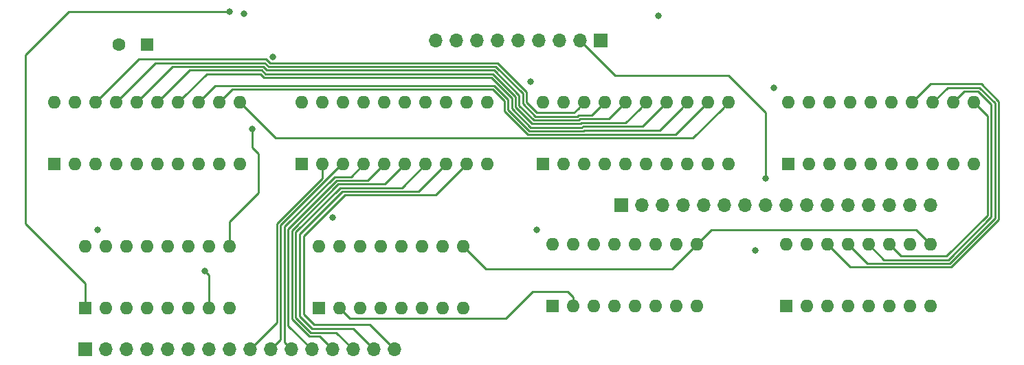
<source format=gbr>
%TF.GenerationSoftware,KiCad,Pcbnew,(5.1.10-1-10_14)*%
%TF.CreationDate,2021-09-30T18:38:52-04:00*%
%TF.ProjectId,address-register,61646472-6573-4732-9d72-656769737465,rev?*%
%TF.SameCoordinates,Original*%
%TF.FileFunction,Copper,L2,Inr*%
%TF.FilePolarity,Positive*%
%FSLAX46Y46*%
G04 Gerber Fmt 4.6, Leading zero omitted, Abs format (unit mm)*
G04 Created by KiCad (PCBNEW (5.1.10-1-10_14)) date 2021-09-30 18:38:52*
%MOMM*%
%LPD*%
G01*
G04 APERTURE LIST*
%TA.AperFunction,ComponentPad*%
%ADD10O,1.600000X1.600000*%
%TD*%
%TA.AperFunction,ComponentPad*%
%ADD11R,1.600000X1.600000*%
%TD*%
%TA.AperFunction,ComponentPad*%
%ADD12C,1.600000*%
%TD*%
%TA.AperFunction,ComponentPad*%
%ADD13O,1.700000X1.700000*%
%TD*%
%TA.AperFunction,ComponentPad*%
%ADD14R,1.700000X1.700000*%
%TD*%
%TA.AperFunction,ViaPad*%
%ADD15C,0.800000*%
%TD*%
%TA.AperFunction,Conductor*%
%ADD16C,0.250000*%
%TD*%
G04 APERTURE END LIST*
D10*
%TO.N,VCC*%
%TO.C,U7*%
X226060000Y-182118000D03*
%TO.N,GND*%
X248920000Y-189738000D03*
%TO.N,~ADR_BUS_2*%
X228600000Y-182118000D03*
%TO.N,BUS2_15*%
X246380000Y-189738000D03*
%TO.N,Q8*%
X231140000Y-182118000D03*
%TO.N,BUS2_14*%
X243840000Y-189738000D03*
%TO.N,Q9*%
X233680000Y-182118000D03*
%TO.N,BUS2_13*%
X241300000Y-189738000D03*
%TO.N,Q10*%
X236220000Y-182118000D03*
%TO.N,BUS2_12*%
X238760000Y-189738000D03*
%TO.N,Q11*%
X238760000Y-182118000D03*
%TO.N,BUS2_11*%
X236220000Y-189738000D03*
%TO.N,Q12*%
X241300000Y-182118000D03*
%TO.N,BUS2_10*%
X233680000Y-189738000D03*
%TO.N,Q13*%
X243840000Y-182118000D03*
%TO.N,BUS2_09*%
X231140000Y-189738000D03*
%TO.N,Q14*%
X246380000Y-182118000D03*
%TO.N,BUS2_08*%
X228600000Y-189738000D03*
%TO.N,Q15*%
X248920000Y-182118000D03*
D11*
%TO.N,GND*%
X226060000Y-189738000D03*
%TD*%
D10*
%TO.N,VCC*%
%TO.C,U6*%
X195834000Y-182118000D03*
%TO.N,GND*%
X218694000Y-189738000D03*
%TO.N,~ADR_BUS_2*%
X198374000Y-182118000D03*
%TO.N,BUS2_07*%
X216154000Y-189738000D03*
%TO.N,Q0*%
X200914000Y-182118000D03*
%TO.N,BUS2_06*%
X213614000Y-189738000D03*
%TO.N,Q1*%
X203454000Y-182118000D03*
%TO.N,BUS2_05*%
X211074000Y-189738000D03*
%TO.N,Q2*%
X205994000Y-182118000D03*
%TO.N,BUS2_04*%
X208534000Y-189738000D03*
%TO.N,Q3*%
X208534000Y-182118000D03*
%TO.N,BUS2_03*%
X205994000Y-189738000D03*
%TO.N,Q4*%
X211074000Y-182118000D03*
%TO.N,BUS2_02*%
X203454000Y-189738000D03*
%TO.N,Q5*%
X213614000Y-182118000D03*
%TO.N,BUS2_01*%
X200914000Y-189738000D03*
%TO.N,Q6*%
X216154000Y-182118000D03*
%TO.N,BUS2_00*%
X198374000Y-189738000D03*
%TO.N,Q7*%
X218694000Y-182118000D03*
D11*
%TO.N,GND*%
X195834000Y-189738000D03*
%TD*%
D10*
%TO.N,VCC*%
%TO.C,U3*%
X166116000Y-182118000D03*
%TO.N,GND*%
X188976000Y-189738000D03*
%TO.N,~ADR_BUS_1*%
X168656000Y-182118000D03*
%TO.N,BUS_15*%
X186436000Y-189738000D03*
%TO.N,Q8*%
X171196000Y-182118000D03*
%TO.N,BUS_14*%
X183896000Y-189738000D03*
%TO.N,Q9*%
X173736000Y-182118000D03*
%TO.N,BUS_13*%
X181356000Y-189738000D03*
%TO.N,Q10*%
X176276000Y-182118000D03*
%TO.N,BUS_12*%
X178816000Y-189738000D03*
%TO.N,Q11*%
X178816000Y-182118000D03*
%TO.N,BUS_11*%
X176276000Y-189738000D03*
%TO.N,Q12*%
X181356000Y-182118000D03*
%TO.N,BUS_10*%
X173736000Y-189738000D03*
%TO.N,Q13*%
X183896000Y-182118000D03*
%TO.N,BUS_09*%
X171196000Y-189738000D03*
%TO.N,Q14*%
X186436000Y-182118000D03*
%TO.N,BUS_08*%
X168656000Y-189738000D03*
%TO.N,Q15*%
X188976000Y-182118000D03*
D11*
%TO.N,GND*%
X166116000Y-189738000D03*
%TD*%
D10*
%TO.N,VCC*%
%TO.C,U2*%
X135636000Y-182118000D03*
%TO.N,GND*%
X158496000Y-189738000D03*
%TO.N,~ADR_BUS_1*%
X138176000Y-182118000D03*
%TO.N,BUS_07*%
X155956000Y-189738000D03*
%TO.N,Q0*%
X140716000Y-182118000D03*
%TO.N,BUS_06*%
X153416000Y-189738000D03*
%TO.N,Q1*%
X143256000Y-182118000D03*
%TO.N,BUS_05*%
X150876000Y-189738000D03*
%TO.N,Q2*%
X145796000Y-182118000D03*
%TO.N,BUS_04*%
X148336000Y-189738000D03*
%TO.N,Q3*%
X148336000Y-182118000D03*
%TO.N,BUS_03*%
X145796000Y-189738000D03*
%TO.N,Q4*%
X150876000Y-182118000D03*
%TO.N,BUS_02*%
X143256000Y-189738000D03*
%TO.N,Q5*%
X153416000Y-182118000D03*
%TO.N,BUS_01*%
X140716000Y-189738000D03*
%TO.N,Q6*%
X155956000Y-182118000D03*
%TO.N,BUS_00*%
X138176000Y-189738000D03*
%TO.N,Q7*%
X158496000Y-182118000D03*
D11*
%TO.N,GND*%
X135636000Y-189738000D03*
%TD*%
D12*
%TO.N,GND*%
%TO.C,C1*%
X143566000Y-175006000D03*
D11*
%TO.N,VCC*%
X147066000Y-175006000D03*
%TD*%
D13*
%TO.N,BUS2_15*%
%TO.C,J3*%
X243586000Y-194818000D03*
%TO.N,BUS2_14*%
X241046000Y-194818000D03*
%TO.N,BUS2_13*%
X238506000Y-194818000D03*
%TO.N,BUS2_12*%
X235966000Y-194818000D03*
%TO.N,BUS2_11*%
X233426000Y-194818000D03*
%TO.N,BUS2_10*%
X230886000Y-194818000D03*
%TO.N,BUS2_09*%
X228346000Y-194818000D03*
%TO.N,BUS2_08*%
X225806000Y-194818000D03*
%TO.N,BUS2_07*%
X223266000Y-194818000D03*
%TO.N,BUS2_06*%
X220726000Y-194818000D03*
%TO.N,BUS2_05*%
X218186000Y-194818000D03*
%TO.N,BUS2_04*%
X215646000Y-194818000D03*
%TO.N,BUS2_03*%
X213106000Y-194818000D03*
%TO.N,BUS2_02*%
X210566000Y-194818000D03*
%TO.N,BUS2_01*%
X208026000Y-194818000D03*
D14*
%TO.N,BUS2_00*%
X205486000Y-194818000D03*
%TD*%
D13*
%TO.N,BUS_15*%
%TO.C,J2*%
X177546000Y-212598000D03*
%TO.N,BUS_14*%
X175006000Y-212598000D03*
%TO.N,BUS_13*%
X172466000Y-212598000D03*
%TO.N,BUS_12*%
X169926000Y-212598000D03*
%TO.N,BUS_11*%
X167386000Y-212598000D03*
%TO.N,BUS_10*%
X164846000Y-212598000D03*
%TO.N,BUS_09*%
X162306000Y-212598000D03*
%TO.N,BUS_08*%
X159766000Y-212598000D03*
%TO.N,BUS_07*%
X157226000Y-212598000D03*
%TO.N,BUS_06*%
X154686000Y-212598000D03*
%TO.N,BUS_05*%
X152146000Y-212598000D03*
%TO.N,BUS_04*%
X149606000Y-212598000D03*
%TO.N,BUS_03*%
X147066000Y-212598000D03*
%TO.N,BUS_02*%
X144526000Y-212598000D03*
%TO.N,BUS_01*%
X141986000Y-212598000D03*
D14*
%TO.N,BUS_00*%
X139446000Y-212598000D03*
%TD*%
D10*
%TO.N,VCC*%
%TO.C,U8*%
X225806000Y-199636000D03*
%TO.N,GND*%
X243586000Y-207256000D03*
%TO.N,CARRY*%
X228346000Y-199636000D03*
%TO.N,GND*%
X241046000Y-207256000D03*
%TO.N,Q12*%
X230886000Y-199636000D03*
%TO.N,BUS_15*%
X238506000Y-207256000D03*
%TO.N,Q13*%
X233426000Y-199636000D03*
%TO.N,BUS_14*%
X235966000Y-207256000D03*
%TO.N,Q14*%
X235966000Y-199636000D03*
%TO.N,BUS_13*%
X233426000Y-207256000D03*
%TO.N,Q15*%
X238506000Y-199636000D03*
%TO.N,BUS_12*%
X230886000Y-207256000D03*
%TO.N,Net-(U5-Pad15)*%
X241046000Y-199636000D03*
%TO.N,CLOCK*%
X228346000Y-207256000D03*
%TO.N,~LOAD*%
X243586000Y-199636000D03*
D11*
%TO.N,INC_DEC*%
X225806000Y-207256000D03*
%TD*%
D10*
%TO.N,VCC*%
%TO.C,U5*%
X197019332Y-199644000D03*
%TO.N,GND*%
X214799332Y-207264000D03*
%TO.N,Net-(U5-Pad15)*%
X199559332Y-199644000D03*
%TO.N,GND*%
X212259332Y-207264000D03*
%TO.N,Q8*%
X202099332Y-199644000D03*
%TO.N,BUS_11*%
X209719332Y-207264000D03*
%TO.N,Q9*%
X204639332Y-199644000D03*
%TO.N,BUS_10*%
X207179332Y-207264000D03*
%TO.N,Q10*%
X207179332Y-199644000D03*
%TO.N,BUS_09*%
X204639332Y-207264000D03*
%TO.N,Q11*%
X209719332Y-199644000D03*
%TO.N,BUS_08*%
X202099332Y-207264000D03*
%TO.N,Net-(U4-Pad15)*%
X212259332Y-199644000D03*
%TO.N,CLOCK*%
X199559332Y-207264000D03*
%TO.N,~LOAD*%
X214799332Y-199644000D03*
D11*
%TO.N,INC_DEC*%
X197019332Y-207264000D03*
%TD*%
D10*
%TO.N,VCC*%
%TO.C,U4*%
X168232666Y-199898000D03*
%TO.N,GND*%
X186012666Y-207518000D03*
%TO.N,Net-(U4-Pad15)*%
X170772666Y-199898000D03*
%TO.N,GND*%
X183472666Y-207518000D03*
%TO.N,Q4*%
X173312666Y-199898000D03*
%TO.N,BUS_07*%
X180932666Y-207518000D03*
%TO.N,Q5*%
X175852666Y-199898000D03*
%TO.N,BUS_06*%
X178392666Y-207518000D03*
%TO.N,Q6*%
X178392666Y-199898000D03*
%TO.N,BUS_05*%
X175852666Y-207518000D03*
%TO.N,Q7*%
X180932666Y-199898000D03*
%TO.N,BUS_04*%
X173312666Y-207518000D03*
%TO.N,Net-(U1-Pad15)*%
X183472666Y-199898000D03*
%TO.N,CLOCK*%
X170772666Y-207518000D03*
%TO.N,~LOAD*%
X186012666Y-199898000D03*
D11*
%TO.N,INC_DEC*%
X168232666Y-207518000D03*
%TD*%
D10*
%TO.N,VCC*%
%TO.C,U1*%
X139446000Y-199898000D03*
%TO.N,GND*%
X157226000Y-207518000D03*
%TO.N,Net-(U1-Pad15)*%
X141986000Y-199898000D03*
%TO.N,~EN*%
X154686000Y-207518000D03*
%TO.N,Q0*%
X144526000Y-199898000D03*
%TO.N,BUS_03*%
X152146000Y-207518000D03*
%TO.N,Q1*%
X147066000Y-199898000D03*
%TO.N,BUS_02*%
X149606000Y-207518000D03*
%TO.N,Q2*%
X149606000Y-199898000D03*
%TO.N,BUS_01*%
X147066000Y-207518000D03*
%TO.N,Q3*%
X152146000Y-199898000D03*
%TO.N,BUS_00*%
X144526000Y-207518000D03*
%TO.N,GND*%
X154686000Y-199898000D03*
%TO.N,CLOCK*%
X141986000Y-207518000D03*
%TO.N,~LOAD*%
X157226000Y-199898000D03*
D11*
%TO.N,INC_DEC*%
X139446000Y-207518000D03*
%TD*%
D13*
%TO.N,VCC*%
%TO.C,J1*%
X182626000Y-174498000D03*
%TO.N,GND*%
X185166000Y-174498000D03*
%TO.N,~EN*%
X187706000Y-174498000D03*
%TO.N,INC_DEC*%
X190246000Y-174498000D03*
%TO.N,~LOAD*%
X192786000Y-174498000D03*
%TO.N,~ADR_BUS_2*%
X195326000Y-174498000D03*
%TO.N,~ADR_BUS_1*%
X197866000Y-174498000D03*
%TO.N,CARRY*%
X200406000Y-174498000D03*
D14*
%TO.N,CLOCK*%
X202946000Y-174498000D03*
%TD*%
D15*
%TO.N,GND*%
X221996000Y-200406000D03*
X195072000Y-197866000D03*
X162560000Y-176530000D03*
X140970000Y-197866000D03*
X169926000Y-196342000D03*
X194310000Y-179578000D03*
X224282000Y-180340000D03*
%TO.N,CARRY*%
X223266000Y-191516000D03*
%TO.N,CLOCK*%
X210058000Y-171450000D03*
%TO.N,~EN*%
X154178000Y-202946000D03*
%TO.N,INC_DEC*%
X157200500Y-170916500D03*
%TO.N,~LOAD*%
X160020000Y-185420000D03*
X159004000Y-171196000D03*
%TD*%
D16*
%TO.N,CARRY*%
X223266000Y-191516000D02*
X223266000Y-183388000D01*
X223266000Y-183388000D02*
X218694000Y-178816000D01*
X204724000Y-178816000D02*
X200406000Y-174498000D01*
X218694000Y-178816000D02*
X204724000Y-178816000D01*
%TO.N,CLOCK*%
X199559332Y-207264000D02*
X199559332Y-206163332D01*
X199559332Y-206163332D02*
X198882000Y-205486000D01*
X198882000Y-205486000D02*
X194564000Y-205486000D01*
X194564000Y-205486000D02*
X191262000Y-208788000D01*
X172042666Y-208788000D02*
X170772666Y-207518000D01*
X191262000Y-208788000D02*
X172042666Y-208788000D01*
%TO.N,BUS_08*%
X168656000Y-191516000D02*
X168656000Y-189738000D01*
X163068000Y-197104000D02*
X168656000Y-191516000D01*
X159766000Y-212598000D02*
X163068000Y-209296000D01*
X163068000Y-209296000D02*
X163068000Y-197104000D01*
%TO.N,BUS_09*%
X171196000Y-189738000D02*
X171070410Y-189738000D01*
X171070410Y-189738000D02*
X163518011Y-197290399D01*
X163518011Y-211385989D02*
X162306000Y-212598000D01*
X163518011Y-197290399D02*
X163518011Y-211385989D01*
%TO.N,BUS_10*%
X163996001Y-197448819D02*
X170146875Y-191297945D01*
X164846000Y-212598000D02*
X163996001Y-211748001D01*
X163996001Y-211748001D02*
X163996001Y-197448819D01*
X170146875Y-191297945D02*
X172176055Y-191297945D01*
X172176055Y-191297945D02*
X173736000Y-189738000D01*
%TO.N,BUS_11*%
X164453980Y-197747198D02*
X164453980Y-209665980D01*
X170453222Y-191747956D02*
X164453980Y-197747198D01*
X176276000Y-189738000D02*
X174266044Y-191747956D01*
X174266044Y-191747956D02*
X170453222Y-191747956D01*
X164453980Y-209665980D02*
X167386000Y-212598000D01*
%TO.N,BUS_12*%
X169926000Y-212598000D02*
X168286022Y-210958022D01*
X164903989Y-208848810D02*
X164903989Y-197933600D01*
X170639622Y-192197967D02*
X176356033Y-192197967D01*
X176356033Y-192197967D02*
X178816000Y-189738000D01*
X167013200Y-210958022D02*
X164903989Y-208848810D01*
X164903989Y-197933600D02*
X170639622Y-192197967D01*
X168286022Y-210958022D02*
X167013200Y-210958022D01*
%TO.N,BUS_13*%
X165354000Y-208662410D02*
X165354000Y-198120000D01*
X167199600Y-210508011D02*
X165354000Y-208662410D01*
X170826022Y-192647978D02*
X178446022Y-192647978D01*
X178446022Y-192647978D02*
X181356000Y-189738000D01*
X172466000Y-212598000D02*
X170376011Y-210508011D01*
X170376011Y-210508011D02*
X167199600Y-210508011D01*
X165354000Y-198120000D02*
X170826022Y-192647978D01*
%TO.N,BUS_14*%
X171138011Y-193097989D02*
X165862000Y-198374000D01*
X183896000Y-189738000D02*
X180536011Y-193097989D01*
X165862000Y-198374000D02*
X165862000Y-208534000D01*
X165862000Y-208534000D02*
X167386000Y-210058000D01*
X180536011Y-193097989D02*
X171138011Y-193097989D01*
X167386000Y-210058000D02*
X172466000Y-210058000D01*
X172466000Y-210058000D02*
X175006000Y-212598000D01*
%TO.N,BUS_15*%
X182626000Y-193548000D02*
X186436000Y-189738000D01*
X167640000Y-209550000D02*
X166370000Y-208280000D01*
X174498000Y-209550000D02*
X167640000Y-209550000D01*
X166370000Y-198628000D02*
X171450000Y-193548000D01*
X166370000Y-208280000D02*
X166370000Y-198628000D01*
X171450000Y-193548000D02*
X182626000Y-193548000D01*
X177546000Y-212598000D02*
X174498000Y-209550000D01*
%TO.N,Q0*%
X193802000Y-182118000D02*
X195072000Y-183388000D01*
X161755953Y-176798955D02*
X162211999Y-177255001D01*
X140716000Y-182118000D02*
X146035045Y-176798955D01*
X193802000Y-180847996D02*
X193802000Y-182118000D01*
X195072000Y-183388000D02*
X199644000Y-183388000D01*
X199644000Y-183388000D02*
X200114001Y-182917999D01*
X162211999Y-177255001D02*
X190209005Y-177255001D01*
X200114001Y-182917999D02*
X200914000Y-182118000D01*
X190209005Y-177255001D02*
X193802000Y-180847996D01*
X146035045Y-176798955D02*
X161755953Y-176798955D01*
%TO.N,Q1*%
X162025599Y-177705012D02*
X190022605Y-177705012D01*
X194885600Y-183838011D02*
X200084400Y-183838011D01*
X201878988Y-183693012D02*
X203454000Y-182118000D01*
X200229399Y-183693012D02*
X201878988Y-183693012D01*
X161569553Y-177248966D02*
X162025599Y-177705012D01*
X190022605Y-177705012D02*
X193351989Y-181034396D01*
X193351989Y-182304400D02*
X194885600Y-183838011D01*
X200084400Y-183838011D02*
X200229399Y-183693012D01*
X143256000Y-182118000D02*
X148125034Y-177248966D01*
X193351989Y-181034396D02*
X193351989Y-182304400D01*
X148125034Y-177248966D02*
X161569553Y-177248966D01*
%TO.N,Q2*%
X194699200Y-184288022D02*
X192901978Y-182490800D01*
X192901978Y-181220796D02*
X189836205Y-178155023D01*
X189836205Y-178155023D02*
X161839199Y-178155023D01*
X200270800Y-184288022D02*
X194699200Y-184288022D01*
X192901978Y-182490800D02*
X192901978Y-181220796D01*
X205994000Y-182118000D02*
X203962000Y-184150000D01*
X203962000Y-184150000D02*
X200408822Y-184150000D01*
X200408822Y-184150000D02*
X200270800Y-184288022D01*
X150215023Y-177698977D02*
X146595999Y-181318001D01*
X146595999Y-181318001D02*
X145796000Y-182118000D01*
X161383154Y-177698977D02*
X150215023Y-177698977D01*
X161839199Y-178155023D02*
X161383154Y-177698977D01*
%TO.N,Q3*%
X192451967Y-181407196D02*
X192451967Y-182677200D01*
X207734001Y-182917999D02*
X208534000Y-182118000D01*
X194512800Y-184738033D02*
X200457200Y-184738033D01*
X206016044Y-184635956D02*
X207734001Y-182917999D01*
X152305012Y-178148988D02*
X161196754Y-178148988D01*
X161652799Y-178605034D02*
X189649805Y-178605034D01*
X189649805Y-178605034D02*
X192451967Y-181407196D01*
X161196754Y-178148988D02*
X161652799Y-178605034D01*
X192451967Y-182677200D02*
X194512800Y-184738033D01*
X200559277Y-184635956D02*
X206016044Y-184635956D01*
X148336000Y-182118000D02*
X152305012Y-178148988D01*
X200457200Y-184738033D02*
X200559277Y-184635956D01*
%TO.N,Q4*%
X151675999Y-181318001D02*
X150876000Y-182118000D01*
X200643600Y-185188044D02*
X194326400Y-185188044D01*
X192001956Y-181593596D02*
X189463405Y-179055045D01*
X161010354Y-178598999D02*
X154395001Y-178598999D01*
X211074000Y-182118000D02*
X208106033Y-185085967D01*
X192001956Y-182863600D02*
X192001956Y-181593596D01*
X189463405Y-179055045D02*
X161466399Y-179055045D01*
X200745677Y-185085967D02*
X200643600Y-185188044D01*
X161466399Y-179055045D02*
X161010354Y-178598999D01*
X208106033Y-185085967D02*
X200745677Y-185085967D01*
X154395001Y-178598999D02*
X151675999Y-181318001D01*
X194326400Y-185188044D02*
X192001956Y-182863600D01*
%TO.N,Q5*%
X212814001Y-182917999D02*
X213614000Y-182118000D01*
X189820951Y-180049001D02*
X191551945Y-181779995D01*
X210196022Y-185535978D02*
X212814001Y-182917999D01*
X200932077Y-185535978D02*
X210196022Y-185535978D01*
X200830000Y-185638055D02*
X200932077Y-185535978D01*
X191551945Y-181779995D02*
X191551945Y-183050000D01*
X155484999Y-180049001D02*
X189820951Y-180049001D01*
X194140000Y-185638055D02*
X200830000Y-185638055D01*
X153416000Y-182118000D02*
X155484999Y-180049001D01*
X191551945Y-183050000D02*
X194140000Y-185638055D01*
%TO.N,Q6*%
X156755999Y-181318001D02*
X155956000Y-182118000D01*
X191101934Y-183236400D02*
X191101934Y-181966394D01*
X189634552Y-180499012D02*
X157574988Y-180499012D01*
X191101934Y-181966394D02*
X189634552Y-180499012D01*
X212183934Y-186088066D02*
X193953600Y-186088066D01*
X157574988Y-180499012D02*
X156755999Y-181318001D01*
X216154000Y-182118000D02*
X212183934Y-186088066D01*
X193953600Y-186088066D02*
X191101934Y-183236400D01*
%TO.N,Q7*%
X162916077Y-186538077D02*
X214273923Y-186538077D01*
X214273923Y-186538077D02*
X217894001Y-182917999D01*
X158496000Y-182118000D02*
X162916077Y-186538077D01*
X217894001Y-182917999D02*
X218694000Y-182118000D01*
%TO.N,Q12*%
X233688000Y-202438000D02*
X230886000Y-199636000D01*
X251968000Y-196596000D02*
X246126000Y-202438000D01*
X251968000Y-181986767D02*
X251968000Y-196596000D01*
X243586000Y-179832000D02*
X249813233Y-179832000D01*
X249813233Y-179832000D02*
X251968000Y-181986767D01*
X241300000Y-182118000D02*
X243586000Y-179832000D01*
X246126000Y-202438000D02*
X233688000Y-202438000D01*
%TO.N,Q13*%
X251517989Y-182173167D02*
X251517989Y-196409601D01*
X245675989Y-180282011D02*
X249626833Y-180282011D01*
X249626833Y-180282011D02*
X251517989Y-182173167D01*
X245939601Y-201987989D02*
X235777989Y-201987989D01*
X251517989Y-196409601D02*
X245939601Y-201987989D01*
X235777989Y-201987989D02*
X233426000Y-199636000D01*
X243840000Y-182118000D02*
X245675989Y-180282011D01*
%TO.N,Q14*%
X247765978Y-180732022D02*
X249440433Y-180732022D01*
X249440433Y-180732022D02*
X251067978Y-182359567D01*
X246380000Y-182118000D02*
X247765978Y-180732022D01*
X251067978Y-196223202D02*
X245753202Y-201537978D01*
X251067978Y-182359567D02*
X251067978Y-196223202D01*
X245753202Y-201537978D02*
X237867978Y-201537978D01*
X237867978Y-201537978D02*
X235966000Y-199636000D01*
%TO.N,Q15*%
X250617967Y-183815967D02*
X248920000Y-182118000D01*
X245566803Y-201087967D02*
X250617967Y-196036803D01*
X238506000Y-199636000D02*
X239957967Y-201087967D01*
X239957967Y-201087967D02*
X245566803Y-201087967D01*
X250617967Y-196036803D02*
X250617967Y-183815967D01*
%TO.N,~EN*%
X154686000Y-203454000D02*
X154178000Y-202946000D01*
X154686000Y-207518000D02*
X154686000Y-203454000D01*
%TO.N,INC_DEC*%
X157200500Y-170916500D02*
X137439500Y-170916500D01*
X137439500Y-170916500D02*
X132080000Y-176276000D01*
X132080000Y-176276000D02*
X132080000Y-197104000D01*
X139446000Y-204470000D02*
X139446000Y-207518000D01*
X132080000Y-197104000D02*
X139446000Y-204470000D01*
%TO.N,~LOAD*%
X157226000Y-199898000D02*
X157226000Y-196850000D01*
X157226000Y-196850000D02*
X160782000Y-193294000D01*
X160782000Y-193294000D02*
X160782000Y-188468000D01*
X160782000Y-188468000D02*
X160020000Y-187706000D01*
X160020000Y-187706000D02*
X160020000Y-185420000D01*
X214799332Y-199644000D02*
X211751332Y-202692000D01*
X188806666Y-202692000D02*
X186012666Y-199898000D01*
X211751332Y-202692000D02*
X188806666Y-202692000D01*
X243586000Y-199636000D02*
X241816000Y-197866000D01*
X216577332Y-197866000D02*
X214799332Y-199644000D01*
X241816000Y-197866000D02*
X216577332Y-197866000D01*
%TD*%
M02*

</source>
